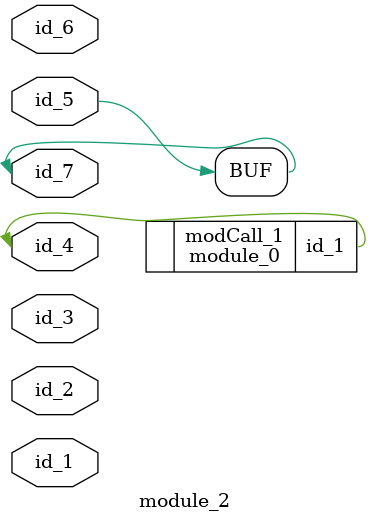
<source format=v>
module module_0 (
    id_1
);
  output wire id_1;
  assign id_1 = id_2;
endmodule
module module_1 (
    id_1,
    id_2
);
  input wire id_2;
  output wire id_1;
  wire id_3;
  wire id_4;
  module_0 modCall_1 (id_3);
endmodule
module module_2 (
    id_1,
    id_2,
    id_3,
    id_4,
    id_5,
    id_6,
    id_7
);
  inout wire id_7;
  input wire id_6;
  input wire id_5;
  inout wire id_4;
  inout wire id_3;
  inout wire id_2;
  inout wire id_1;
  assign id_7 = id_5;
  module_0 modCall_1 (id_4);
  wire id_8;
  assign id_3[1] = id_5;
endmodule

</source>
